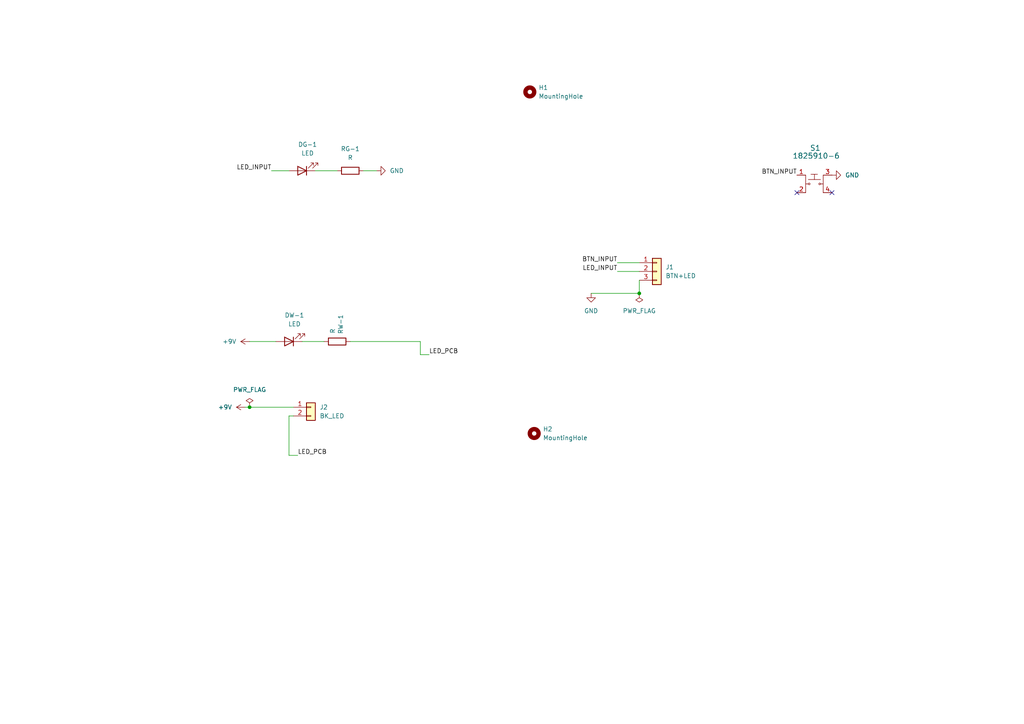
<source format=kicad_sch>
(kicad_sch (version 20231120) (generator "eeschema") (generator_version "8.0")
  (paper "A4")
  (lib_symbols
    (symbol "Connector_Generic:Conn_01x02" (pin_names (offset 1.016) hide)
      (property "Reference" "J" (at 0 2.54 0))
      (property "Value" "Conn_01x02" (at 0 -5.08 0))
      (symbol "Conn_01x02_1_1"
        (rectangle (start -1.27 -2.413) (end 0 -2.667) (stroke (width 0.1524)))
        (rectangle (start -1.27 0.127) (end 0 -0.127) (stroke (width 0.1524)))
        (rectangle (start -1.27 1.27) (end 1.27 -3.81) (stroke (width 0.254)) (fill (type background)))
        (pin passive line (at -5.08 0 0) (length 3.81) (name "Pin_1") (number "1"))
        (pin passive line (at -5.08 -2.54 0) (length 3.81) (name "Pin_2") (number "2"))
      )
    )
    (symbol "Connector_Generic:Conn_01x03" (pin_names (offset 1.016) hide)
      (property "Reference" "J" (at 0 5.08 0))
      (property "Value" "Conn_01x03" (at 0 -5.08 0))
      (symbol "Conn_01x03_1_1"
        (rectangle (start -1.27 -2.413) (end 0 -2.667) (stroke (width 0.1524)))
        (rectangle (start -1.27 0.127) (end 0 -0.127) (stroke (width 0.1524)))
        (rectangle (start -1.27 2.667) (end 0 2.413) (stroke (width 0.1524)))
        (rectangle (start -1.27 3.81) (end 1.27 -3.81) (stroke (width 0.254)) (fill (type background)))
        (pin passive line (at -5.08 2.54 0) (length 3.81) (name "Pin_1") (number "1"))
        (pin passive line (at -5.08 0 0) (length 3.81) (name "Pin_2") (number "2"))
        (pin passive line (at -5.08 -2.54 0) (length 3.81) (name "Pin_3") (number "3"))
      )
    )
    (symbol "Device:LED" (pin_numbers hide) (pin_names (offset 1.016) hide)
      (property "Reference" "D" (at 0 2.54 0))
      (property "Value" "LED" (at 0 -2.54 0))
      (symbol "LED_0_1"
        (polyline (pts (xy -1.27 -1.27) (xy -1.27 1.27)) (stroke (width 0.254)))
        (polyline (pts (xy -1.27 0) (xy 1.27 0)))
        (polyline (pts (xy 1.27 -1.27) (xy 1.27 1.27) (xy -1.27 0) (xy 1.27 -1.27)) (stroke (width 0.254)))
        (polyline (pts (xy -3.048 -0.762) (xy -4.572 -2.286) (xy -3.81 -2.286) (xy -4.572 -2.286) (xy -4.572 -1.524)))
        (polyline (pts (xy -1.778 -0.762) (xy -3.302 -2.286) (xy -2.54 -2.286) (xy -3.302 -2.286) (xy -3.302 -1.524)))
      )
      (symbol "LED_1_1"
        (pin passive line (at -3.81 0 0) (length 2.54) (name "K") (number "1"))
        (pin passive line (at 3.81 0 180) (length 2.54) (name "A") (number "2"))
      )
    )
    (symbol "Device:R" (pin_numbers hide) (pin_names (offset 0))
      (property "Reference" "R" (at 2.032 0 90))
      (property "Value" "R" (at 0 0 90))
      (symbol "R_0_1"
        (rectangle (start -1.016 -2.54) (end 1.016 2.54) (stroke (width 0.254)))
      )
      (symbol "R_1_1"
        (pin passive line (at 0 3.81 270) (length 1.27) (name "~") (number "1"))
        (pin passive line (at 0 -3.81 90) (length 1.27) (name "~") (number "2"))
      )
    )
    (symbol "GND_1" (power) (pin_numbers hide) (pin_names (offset 0) hide)
      (property "Value" "GND" (at 0 -3.81 0))
      (symbol "GND_1_0_1"
        (polyline (pts (xy 0 0) (xy 0 -1.27) (xy 1.27 -1.27) (xy 0 -2.54) (xy -1.27 -1.27) (xy 0 -1.27)))
      )
      (symbol "GND_1_1_1"
        (pin power_in line (at 0 0 270) (length 0) (name "~") (number "1"))
      )
    )
    (symbol "Mechanical:MountingHole" (pin_names (offset 1.016))
      (property "Reference" "H" (at 0 5.08 0))
      (property "Value" "MountingHole" (at 0 3.175 0))
      (symbol "MountingHole_0_1"
        (circle (center 0 0) (radius 1.27) (stroke (width 1.27)))
      )
    )
    (symbol "dk_Tactile-Switches:1825910-6" (pin_names (offset 1.016))
      (property "Reference" "S" (at 0 4.572 0))
      (property "Value" "1825910-6" (at 0.127 -5.08 0))
      (symbol "1825910-6_0_1"
        (circle (center -1.524 0) (radius 0.254))
        (polyline (pts (xy -2.54 2.54) (xy -2.54 -2.54)))
        (polyline (pts (xy -1.778 0) (xy -2.54 0)))
        (polyline (pts (xy -1.778 1.27) (xy 1.778 1.27)))
        (polyline (pts (xy 2.54 -2.54) (xy 2.54 2.54)))
        (polyline (pts (xy 2.54 0) (xy 1.778 0)))
        (circle (center 1.524 0) (radius 0.254))
      )
      (symbol "1825910-6_1_1"
        (polyline (pts (xy -1.016 2.794) (xy 0.889 2.794)))
        (polyline (pts (xy 0 2.794) (xy 0 1.27)))
        (pin passive line (at -5.08 2.54 0) (length 2.54) (name "~") (number "1"))
        (pin passive line (at -5.08 -2.54 0) (length 2.54) (name "~") (number "2"))
        (pin passive line (at 5.08 2.54 180) (length 2.54) (name "~") (number "3"))
        (pin passive line (at 5.08 -2.54 180) (length 2.54) (name "~") (number "4"))
      )
    )
    (symbol "power:+9V" (power) (pin_names (offset 0))
      (property "Value" "+9V" (at 0 3.556 0))
      (symbol "+9V_0_1"
        (polyline (pts (xy -0.762 1.27) (xy 0 2.54)))
        (polyline (pts (xy 0 0) (xy 0 2.54)))
        (polyline (pts (xy 0 2.54) (xy 0.762 1.27)))
      )
      (symbol "+9V_1_1"
        (pin power_in line (at 0 0 90) (length 0) hide (name "+9V") (number "1"))
      )
    )
    (symbol "power:GND" (power) (pin_names (offset 0))
      (property "Value" "GND" (at 0 -3.81 0))
      (symbol "GND_0_1"
        (polyline (pts (xy 0 0) (xy 0 -1.27) (xy 1.27 -1.27) (xy 0 -2.54) (xy -1.27 -1.27) (xy 0 -1.27)))
      )
      (symbol "GND_1_1"
        (pin power_in line (at 0 0 270) (length 0) hide (name "GND") (number "1"))
      )
    )
    (symbol "power:PWR_FLAG" (power) (pin_numbers hide) (pin_names (offset 0) hide)
      (property "Value" "PWR_FLAG" (at 0 3.81 0))
      (symbol "PWR_FLAG_0_0"
        (pin power_out line (at 0 0 90) (length 0) (name "pwr") (number "1"))
      )
      (symbol "PWR_FLAG_0_1"
        (polyline (pts (xy 0 0) (xy 0 1.27) (xy -1.016 1.905) (xy 0 2.54) (xy 1.016 1.905) (xy 0 1.27)))
      )
    )
  )
  (junction (at 72.39 118.11))
  (junction (at 185.42 85.09))
  (no_connect (at 231.14 55.88))
  (no_connect (at 241.3 55.88))
  (wire (pts (xy 121.92 102.87) (xy 124.46 102.87)))
  (wire (pts (xy 83.82 120.65) (xy 85.09 120.65)))
  (wire (pts (xy 101.6 99.06) (xy 121.92 99.06)))
  (wire (pts (xy 171.45 85.09) (xy 185.42 85.09)))
  (wire (pts (xy 72.39 118.11) (xy 85.09 118.11)))
  (wire (pts (xy 72.39 99.06) (xy 80.01 99.06)))
  (wire (pts (xy 78.74 49.53) (xy 83.82 49.53)))
  (wire (pts (xy 179.07 78.74) (xy 185.42 78.74)))
  (wire (pts (xy 87.63 99.06) (xy 93.98 99.06)))
  (wire (pts (xy 71.12 118.11) (xy 72.39 118.11)))
  (wire (pts (xy 179.07 76.2) (xy 185.42 76.2)))
  (wire (pts (xy 105.41 49.53) (xy 109.22 49.53)))
  (wire (pts (xy 91.44 49.53) (xy 97.79 49.53)))
  (wire (pts (xy 83.82 120.65) (xy 83.82 132.08)))
  (wire (pts (xy 86.36 132.08) (xy 83.82 132.08)))
  (wire (pts (xy 185.42 85.09) (xy 185.42 81.28)))
  (wire (pts (xy 121.92 99.06) (xy 121.92 102.87)))
  (label "LED_PCB" (at 86.36 132.08 0))
  (label "BTN_INPUT" (at 231.14 50.8 180))
  (label "BTN_INPUT" (at 179.07 76.2 180))
  (label "LED_INPUT" (at 179.07 78.74 180))
  (label "LED_INPUT" (at 78.74 49.53 180))
  (label "LED_PCB" (at 124.46 102.87 0))
  (symbol (lib_id "Mechanical:MountingHole") (at 154.94 125.73 0) (unit 1)
    (property "Reference" "H2" (at 157.48 124.46 0) (effects (justify left)))
    (property "Value" "MountingHole" (at 157.48 127 0) (effects (justify left)))
    (property "Footprint" "MountingHole:MountingHole_2.7mm_M2.5_DIN965_Pad_TopBottom" (effects (hide yes)))
  )
  (symbol (lib_id "Device:LED") (at 83.82 99.06 180) (unit 1)
    (property "Reference" "DW-1" (at 85.4075 91.44 0))
    (property "Value" "LED" (at 85.4075 93.98 0))
    (property "Footprint" "LED_SMD:LED_1206_3216Metric_Pad1.42x1.75mm_HandSolder" (effects (hide yes)))
  )
  (symbol (lib_id "Device:LED") (at 87.63 49.53 180) (unit 1)
    (property "Reference" "DG-1" (at 89.2175 41.91 0))
    (property "Value" "LED" (at 89.2175 44.45 0))
    (property "Footprint" "LED_SMD:LED_1206_3216Metric_Pad1.42x1.75mm_HandSolder" (effects (hide yes)))
  )
  (symbol (lib_id "power:PWR_FLAG") (at 72.39 118.11 0) (unit 1)
    (property "Reference" "#FLG01" (effects (hide yes)))
    (property "Value" "PWR_FLAG" (at 72.39 113.03 0))
  )
  (symbol (lib_id "Device:R") (at 97.79 99.06 270) (unit 1)
    (property "Reference" "RW-1" (at 98.806 91.186 0) (effects (justify left)))
    (property "Value" "R" (at 96.52 95.25 0) (effects (justify left)))
    (property "Footprint" "Resistor_SMD:R_1206_3216Metric_Pad1.30x1.75mm_HandSolder" (effects (hide yes)))
  )
  (symbol (lib_name "GND_1") (lib_id "power:GND") (at 241.3 50.8 90) (unit 1)
    (property "Reference" "#PWR03" (effects (hide yes)))
    (property "Value" "GND" (at 245.11 50.7999 90) (effects (justify right)))
    (property "Description" "Power symbol creates a global label with name \"GND\" , ground" (effects (hide yes)))
  )
  (symbol (lib_id "Connector_Generic:Conn_01x02") (at 90.17 118.11 0) (unit 1)
    (property "Reference" "J2" (at 92.71 118.1099 0) (effects (justify left)))
    (property "Value" "BK_LED" (at 92.71 120.6499 0) (effects (justify left)))
    (property "Footprint" "Connector_PinHeader_2.54mm:PinHeader_1x02_P2.54mm_Vertical" (effects (hide yes)))
  )
  (symbol (lib_id "power:+9V") (at 72.39 99.06 90) (unit 1)
    (property "Reference" "#PWR05" (effects (hide yes)))
    (property "Value" "+9V" (at 68.58 99.06 90) (effects (justify left)))
  )
  (symbol (lib_id "power:GND") (at 109.22 49.53 90) (unit 1)
    (property "Reference" "#PWR04" (effects (hide yes)))
    (property "Value" "GND" (at 113.03 49.53 90) (effects (justify right)))
  )
  (symbol (lib_id "Device:R") (at 101.6 49.53 90) (unit 1)
    (property "Reference" "RG-1" (at 101.6 43.18 90))
    (property "Value" "R" (at 101.6 45.72 90))
    (property "Footprint" "Resistor_SMD:R_1206_3216Metric_Pad1.30x1.75mm_HandSolder" (effects (hide yes)))
  )
  (symbol (lib_id "dk_Tactile-Switches:1825910-6") (at 236.22 53.34 0) (unit 1)
    (property "Reference" "S1" (at 236.474 42.926 0) (effects (font (size 1.524 1.524))))
    (property "Value" "1825910-6" (at 236.728 45.212 0) (effects (font (size 1.524 1.524))))
    (property "Footprint" "digikey-footprints:Switch_Tactile_THT_6x6mm" (effects (hide yes)))
    (property "Datasheet" "https://www.te.com/commerce/DocumentDelivery/DDEController?Action=srchrtrv&DocNm=1825910&DocType=Customer+Drawing&DocLang=English" (effects (hide yes)))
    (property "Description" "SWITCH TACTILE SPST-NO 0.05A 24V" (effects (hide yes)))
    (property "Digi-Key_PN" "450-1650-ND" (effects (hide yes)))
    (property "MPN" "1825910-6" (effects (hide yes)))
    (property "Category" "Switches" (effects (hide yes)))
    (property "Family" "Tactile Switches" (effects (hide yes)))
    (property "DK_Datasheet_Link" "https://www.te.com/commerce/DocumentDelivery/DDEController?Action=srchrtrv&DocNm=1825910&DocType=Customer+Drawing&DocLang=English" (effects (hide yes)))
    (property "DK_Detail_Page" "/product-detail/en/te-connectivity-alcoswitch-switches/1825910-6/450-1650-ND/1632536" (effects (hide yes)))
    (property "Manufacturer" "TE Connectivity ALCOSWITCH Switches" (effects (hide yes)))
    (property "Status" "Active" (effects (hide yes)))
    (property "Description_1" "SWITCH TACTILE SPST-NO 0.05A 24V" (effects (hide yes)))
  )
  (symbol (lib_id "Mechanical:MountingHole") (at 153.67 26.67 0) (unit 1)
    (property "Reference" "H1" (at 156.21 25.4 0) (effects (justify left)))
    (property "Value" "MountingHole" (at 156.21 27.94 0) (effects (justify left)))
    (property "Footprint" "MountingHole:MountingHole_2.7mm_M2.5_DIN965_Pad_TopBottom" (effects (hide yes)))
  )
  (symbol (lib_id "power:PWR_FLAG") (at 185.42 85.09 180) (unit 1)
    (property "Reference" "#FLG02" (effects (hide yes)))
    (property "Value" "PWR_FLAG" (at 185.42 90.17 0))
  )
  (symbol (lib_id "Connector_Generic:Conn_01x03") (at 190.5 78.74 0) (unit 1)
    (property "Reference" "J1" (at 193.04 77.47 0) (effects (justify left)))
    (property "Value" "BTN+LED" (at 193.04 80.01 0) (effects (justify left)))
    (property "Footprint" "Connector_PinHeader_2.54mm:PinHeader_1x03_P2.54mm_Vertical" (effects (hide yes)))
  )
  (symbol (lib_id "power:GND") (at 171.45 85.09 0) (unit 1)
    (property "Reference" "#PWR01" (effects (hide yes)))
    (property "Value" "GND" (at 171.45 90.17 0))
  )
  (symbol (lib_id "power:+9V") (at 71.12 118.11 90) (unit 1)
    (property "Reference" "#PWR02" (effects (hide yes)))
    (property "Value" "+9V" (at 67.31 118.11 90) (effects (justify left)))
  )
)
</source>
